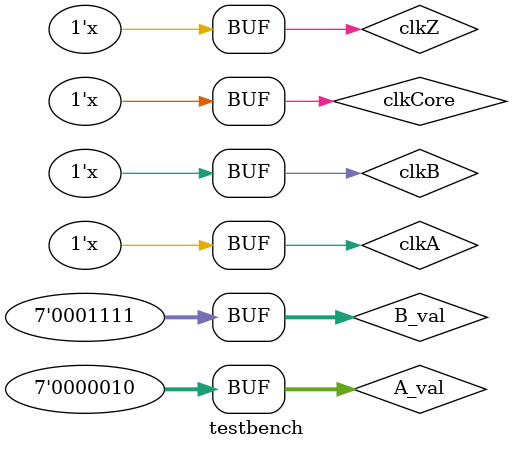
<source format=v>
`timescale 1 us / 1 ns
module testbench ();
    //wire clkCore, clkZ, clka, clkB;
    reg clkCore, clkZ, clkA, clkB;
    reg [6:0] A_val, B_val;
    wire load;
    parameter Tz = 1000;
    parameter T_core = 5.0;
    parameter Ta = 12.5;
    parameter Tb = 12.35;

    wire Set, Reset, Output;
    wire [6:0] counterA, counterB;
    
    
    initial begin
        clkCore = 0;
        clkZ = 1;
        clkA = 1;
        clkB = 1;
        A_val = 7'd2;
        B_val = 7'd15;
    end
        
    
    always #(Tz/2) clkZ = ~clkZ;
    always #(T_core/2) clkCore = ~clkCore;
    always #(Ta/2) clkA = ~clkA;
    always #(Tb/2) clkB = ~clkB;
 

    top myTop (.clkZ(clkZ), .clkCore(clkCore), .load(load), .clkA (clkA), .clkB(clkB), .A_val(A_val), .B_val(B_val),.set(Set), .reset(Reset), .signal (Output) , .cA(counterA), .cB(counterB) );
    
    

endmodule

</source>
